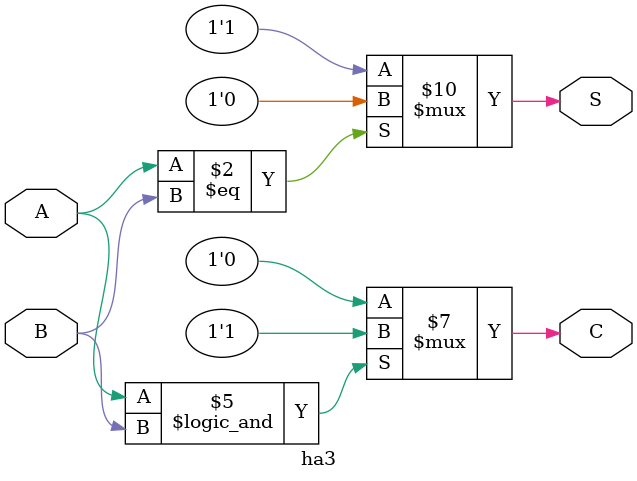
<source format=v>

module ha3(A,B,S,C);
input A,B;
output reg S,C;
always@(*)
begin
if(A==B)
S = 1'b0;
else
S = 1'b1;
if(A==1 && B==1)
C = 1'b1;
else
C=1'b0;
end
endmodule

</source>
